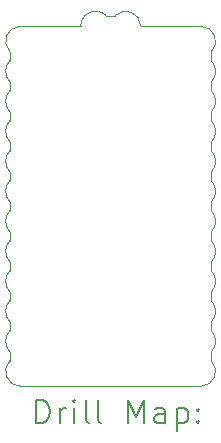
<source format=gbr>
%TF.GenerationSoftware,KiCad,Pcbnew,8.0.3+1*%
%TF.CreationDate,2024-06-27T20:46:51-04:00*%
%TF.ProjectId,XIAO_REV,5849414f-5f52-4455-962e-6b696361645f,rev?*%
%TF.SameCoordinates,Original*%
%TF.FileFunction,Drillmap*%
%TF.FilePolarity,Positive*%
%FSLAX45Y45*%
G04 Gerber Fmt 4.5, Leading zero omitted, Abs format (unit mm)*
G04 Created by KiCad (PCBNEW 8.0.3+1) date 2024-06-27 20:46:51*
%MOMM*%
%LPD*%
G01*
G04 APERTURE LIST*
%ADD10C,0.050000*%
%ADD11C,0.200000*%
G04 APERTURE END LIST*
D10*
X16764000Y-10250500D02*
X15240000Y-10250500D01*
X16854156Y-10032844D02*
X16854156Y-9959156D01*
X16854156Y-9778844D02*
X16854156Y-9705156D01*
X16854156Y-9524844D02*
X16854156Y-9451156D01*
X16854156Y-9270844D02*
X16854156Y-9197156D01*
X16854156Y-9016844D02*
X16854156Y-8943156D01*
X16854156Y-8762844D02*
X16854156Y-8689156D01*
X16854156Y-8508844D02*
X16854156Y-8435156D01*
X16854156Y-8254844D02*
X16854156Y-8182156D01*
X16854156Y-8001844D02*
X16854156Y-7927156D01*
X16854156Y-7746844D02*
X16854156Y-7674156D01*
X16854156Y-7493844D02*
X16854156Y-7419156D01*
X15149844Y-7746844D02*
X15149844Y-7673156D01*
X15149844Y-8000844D02*
X15149844Y-7927156D01*
X15149844Y-8254844D02*
X15149844Y-8181156D01*
X15149844Y-8508844D02*
X15149844Y-8435156D01*
X15149844Y-8762844D02*
X15149844Y-8689156D01*
X15149844Y-9016844D02*
X15149844Y-8943156D01*
X15149844Y-9270844D02*
X15149844Y-9197156D01*
X15149844Y-9524844D02*
X15149844Y-9451156D01*
X15149844Y-9778844D02*
X15149844Y-9705156D01*
X15149844Y-10032844D02*
X15149844Y-9959156D01*
X16854156Y-10032844D02*
G75*
G02*
X16764000Y-10250500I-90156J-90156D01*
G01*
X15240000Y-10250500D02*
G75*
G02*
X15149844Y-10032844I0J127500D01*
G01*
X16764000Y-7201500D02*
G75*
G02*
X16854156Y-7419156I0J-127500D01*
G01*
X15149844Y-7419156D02*
G75*
G02*
X15240000Y-7201500I90156J90156D01*
G01*
X15149844Y-7492844D02*
X15149844Y-7419156D01*
X15747000Y-7201500D02*
G75*
G02*
X15874500Y-7074000I127500J0D01*
G01*
X16039344Y-7111344D02*
G75*
G02*
X16257000Y-7201500I90156J-90156D01*
G01*
X15964656Y-7111344D02*
X16039344Y-7111344D01*
X15149844Y-9959156D02*
G75*
G02*
X15112500Y-9869000I90156J90156D01*
G01*
X15112500Y-9869000D02*
G75*
G02*
X15149844Y-9778844I127500J0D01*
G01*
X15149844Y-9705156D02*
G75*
G02*
X15112500Y-9615000I90156J90156D01*
G01*
X15112500Y-9615000D02*
G75*
G02*
X15149844Y-9524844I127500J0D01*
G01*
X15149844Y-9451156D02*
G75*
G02*
X15112500Y-9361000I90156J90156D01*
G01*
X15112500Y-9361000D02*
G75*
G02*
X15149844Y-9270844I127500J0D01*
G01*
X15149844Y-9197156D02*
G75*
G02*
X15112500Y-9107000I90156J90156D01*
G01*
X15112500Y-9107000D02*
G75*
G02*
X15149844Y-9016844I127500J0D01*
G01*
X15149844Y-8943156D02*
G75*
G02*
X15112500Y-8853000I90156J90156D01*
G01*
X15112500Y-8853000D02*
G75*
G02*
X15149844Y-8762844I127500J0D01*
G01*
X15149844Y-8689156D02*
G75*
G02*
X15112500Y-8599000I90156J90156D01*
G01*
X15112500Y-8599000D02*
G75*
G02*
X15149844Y-8508844I127500J0D01*
G01*
X15149844Y-8435156D02*
G75*
G02*
X15112500Y-8345000I90156J90156D01*
G01*
X15112500Y-8345000D02*
G75*
G02*
X15149844Y-8254844I127500J0D01*
G01*
X15149844Y-8181156D02*
G75*
G02*
X15112500Y-8091000I90156J90156D01*
G01*
X15112500Y-8091000D02*
G75*
G02*
X15149844Y-8000844I127500J0D01*
G01*
X15149844Y-7927156D02*
G75*
G02*
X15112500Y-7837000I90156J90156D01*
G01*
X15112500Y-7837000D02*
G75*
G02*
X15149844Y-7746844I127500J0D01*
G01*
X15149844Y-7673156D02*
G75*
G02*
X15112500Y-7583000I90156J90156D01*
G01*
X15112500Y-7583000D02*
G75*
G02*
X15149844Y-7492844I127500J0D01*
G01*
X15874500Y-7074000D02*
G75*
G02*
X15964656Y-7111344I0J-127501D01*
G01*
X16854156Y-7493844D02*
G75*
G02*
X16891500Y-7584000I-90157J-90156D01*
G01*
X16891500Y-7584000D02*
G75*
G02*
X16854156Y-7674156I-127501J0D01*
G01*
X16854156Y-7746844D02*
G75*
G02*
X16891500Y-7837000I-90157J-90156D01*
G01*
X16891500Y-7837000D02*
G75*
G02*
X16854156Y-7927156I-127501J0D01*
G01*
X16854156Y-8001844D02*
G75*
G02*
X16891500Y-8092000I-90157J-90156D01*
G01*
X16891500Y-8092000D02*
G75*
G02*
X16854156Y-8182156I-127501J0D01*
G01*
X16854156Y-8254844D02*
G75*
G02*
X16891500Y-8345000I-90157J-90156D01*
G01*
X16891500Y-8345000D02*
G75*
G02*
X16854156Y-8435156I-127501J0D01*
G01*
X16854156Y-8508844D02*
G75*
G02*
X16891500Y-8599000I-90157J-90156D01*
G01*
X16891500Y-8599000D02*
G75*
G02*
X16854156Y-8689156I-127501J0D01*
G01*
X16854156Y-8762844D02*
G75*
G02*
X16891500Y-8853000I-90157J-90156D01*
G01*
X16891500Y-8853000D02*
G75*
G02*
X16854156Y-8943156I-127501J0D01*
G01*
X16854156Y-9016844D02*
G75*
G02*
X16891500Y-9107000I-90157J-90156D01*
G01*
X16891500Y-9107000D02*
G75*
G02*
X16854156Y-9197156I-127501J0D01*
G01*
X16854156Y-9270844D02*
G75*
G02*
X16891500Y-9361000I-90157J-90156D01*
G01*
X16891500Y-9361000D02*
G75*
G02*
X16854156Y-9451156I-127501J0D01*
G01*
X16854156Y-9524844D02*
G75*
G02*
X16891500Y-9615000I-90157J-90156D01*
G01*
X16891500Y-9615000D02*
G75*
G02*
X16854156Y-9705156I-127501J0D01*
G01*
X16891500Y-9869000D02*
G75*
G02*
X16854156Y-9959156I-127501J0D01*
G01*
X16854156Y-9778844D02*
G75*
G02*
X16891500Y-9869000I-90156J-90156D01*
G01*
X16257000Y-7201500D02*
X16764000Y-7201500D01*
X15747000Y-7201500D02*
X15240000Y-7201500D01*
D11*
X15370777Y-10564484D02*
X15370777Y-10364484D01*
X15370777Y-10364484D02*
X15418396Y-10364484D01*
X15418396Y-10364484D02*
X15446967Y-10374008D01*
X15446967Y-10374008D02*
X15466015Y-10393055D01*
X15466015Y-10393055D02*
X15475539Y-10412103D01*
X15475539Y-10412103D02*
X15485062Y-10450198D01*
X15485062Y-10450198D02*
X15485062Y-10478770D01*
X15485062Y-10478770D02*
X15475539Y-10516865D01*
X15475539Y-10516865D02*
X15466015Y-10535912D01*
X15466015Y-10535912D02*
X15446967Y-10554960D01*
X15446967Y-10554960D02*
X15418396Y-10564484D01*
X15418396Y-10564484D02*
X15370777Y-10564484D01*
X15570777Y-10564484D02*
X15570777Y-10431150D01*
X15570777Y-10469246D02*
X15580301Y-10450198D01*
X15580301Y-10450198D02*
X15589824Y-10440674D01*
X15589824Y-10440674D02*
X15608872Y-10431150D01*
X15608872Y-10431150D02*
X15627920Y-10431150D01*
X15694586Y-10564484D02*
X15694586Y-10431150D01*
X15694586Y-10364484D02*
X15685062Y-10374008D01*
X15685062Y-10374008D02*
X15694586Y-10383531D01*
X15694586Y-10383531D02*
X15704110Y-10374008D01*
X15704110Y-10374008D02*
X15694586Y-10364484D01*
X15694586Y-10364484D02*
X15694586Y-10383531D01*
X15818396Y-10564484D02*
X15799348Y-10554960D01*
X15799348Y-10554960D02*
X15789824Y-10535912D01*
X15789824Y-10535912D02*
X15789824Y-10364484D01*
X15923158Y-10564484D02*
X15904110Y-10554960D01*
X15904110Y-10554960D02*
X15894586Y-10535912D01*
X15894586Y-10535912D02*
X15894586Y-10364484D01*
X16151729Y-10564484D02*
X16151729Y-10364484D01*
X16151729Y-10364484D02*
X16218396Y-10507341D01*
X16218396Y-10507341D02*
X16285062Y-10364484D01*
X16285062Y-10364484D02*
X16285062Y-10564484D01*
X16466015Y-10564484D02*
X16466015Y-10459722D01*
X16466015Y-10459722D02*
X16456491Y-10440674D01*
X16456491Y-10440674D02*
X16437443Y-10431150D01*
X16437443Y-10431150D02*
X16399348Y-10431150D01*
X16399348Y-10431150D02*
X16380301Y-10440674D01*
X16466015Y-10554960D02*
X16446967Y-10564484D01*
X16446967Y-10564484D02*
X16399348Y-10564484D01*
X16399348Y-10564484D02*
X16380301Y-10554960D01*
X16380301Y-10554960D02*
X16370777Y-10535912D01*
X16370777Y-10535912D02*
X16370777Y-10516865D01*
X16370777Y-10516865D02*
X16380301Y-10497817D01*
X16380301Y-10497817D02*
X16399348Y-10488293D01*
X16399348Y-10488293D02*
X16446967Y-10488293D01*
X16446967Y-10488293D02*
X16466015Y-10478770D01*
X16561253Y-10431150D02*
X16561253Y-10631150D01*
X16561253Y-10440674D02*
X16580301Y-10431150D01*
X16580301Y-10431150D02*
X16618396Y-10431150D01*
X16618396Y-10431150D02*
X16637443Y-10440674D01*
X16637443Y-10440674D02*
X16646967Y-10450198D01*
X16646967Y-10450198D02*
X16656491Y-10469246D01*
X16656491Y-10469246D02*
X16656491Y-10526389D01*
X16656491Y-10526389D02*
X16646967Y-10545436D01*
X16646967Y-10545436D02*
X16637443Y-10554960D01*
X16637443Y-10554960D02*
X16618396Y-10564484D01*
X16618396Y-10564484D02*
X16580301Y-10564484D01*
X16580301Y-10564484D02*
X16561253Y-10554960D01*
X16742205Y-10545436D02*
X16751729Y-10554960D01*
X16751729Y-10554960D02*
X16742205Y-10564484D01*
X16742205Y-10564484D02*
X16732682Y-10554960D01*
X16732682Y-10554960D02*
X16742205Y-10545436D01*
X16742205Y-10545436D02*
X16742205Y-10564484D01*
X16742205Y-10440674D02*
X16751729Y-10450198D01*
X16751729Y-10450198D02*
X16742205Y-10459722D01*
X16742205Y-10459722D02*
X16732682Y-10450198D01*
X16732682Y-10450198D02*
X16742205Y-10440674D01*
X16742205Y-10440674D02*
X16742205Y-10459722D01*
M02*

</source>
